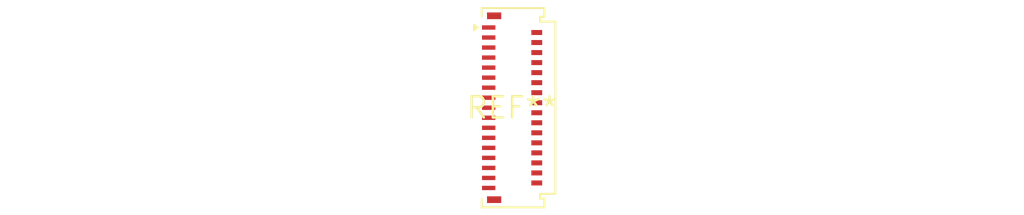
<source format=kicad_pcb>
(kicad_pcb (version 20240108) (generator pcbnew)
  (layers (0 "F.Cu" signal) (31 "B.Cu" signal) (34 "B.Paste" user) (35 "F.Paste" user) (36 "B.SilkS" user "B.Silkscreen") (37 "F.SilkS" user "F.Silkscreen") (38 "B.Mask" user) (39 "F.Mask" user) (44 "Edge.Cuts" user))
  (net 0 "")
  (footprint "Molex_502250-3391_2Rows-33Pins-1MP_P0.60mm_Horizontal" (layer "F.Cu") (at 0 0)
    (property "Reference" "REF**")
    (property "Value" "Molex_502250-3391_2Rows-33Pins-1MP_P0.60mm_Horizontal")
    (fp_line (start -2.272132 -4.95) (end -2.06 -4.8) (layer "F.SilkS") (stroke (width 0.12)))
    (fp_line (start -2.272132 -4.65) (end -2.272132 -4.95) (layer "F.SilkS") (stroke (width 0.12)))
    (fp_line (start -2.06 -4.8) (end -2.272132 -4.65) (layer "F.SilkS") (stroke (width 0.12)))
    (fp_line (start -1.82 -5.96) (end 1.93 -5.96) (layer "F.SilkS") (stroke (width 0.12)))
    (fp_line (start -1.82 -5.46) (end -1.82 -5.96) (layer "F.SilkS") (stroke (width 0.12)))
    (fp_line (start -1.82 5.46) (end -1.82 5.96) (layer "F.SilkS") (stroke (width 0.12)))
    (fp_line (start -1.82 5.96) (end 1.93 5.96) (layer "F.SilkS") (stroke (width 0.12)))
    (fp_line (start 1.68 -5.44) (end 1.68 -5.15) (layer "F.SilkS") (stroke (width 0.12)))
    (fp_line (start 1.68 -5.15) (end 2.59 -5.15) (layer "F.SilkS") (stroke (width 0.12)))
    (fp_line (start 1.68 5.15) (end 2.59 5.15) (layer "F.SilkS") (stroke (width 0.12)))
    (fp_line (start 1.68 5.44) (end 1.68 5.15) (layer "F.SilkS") (stroke (width 0.12)))
    (fp_line (start 1.93 -5.96) (end 1.93 -5.44) (layer "F.SilkS") (stroke (width 0.12)))
    (fp_line (start 1.93 -5.44) (end 1.68 -5.44) (layer "F.SilkS") (stroke (width 0.12)))
    (fp_line (start 1.93 5.44) (end 1.68 5.44) (layer "F.SilkS") (stroke (width 0.12)))
    (fp_line (start 1.93 5.96) (end 1.93 5.44) (layer "F.SilkS") (stroke (width 0.12)))
    (fp_line (start 2.59 -5.15) (end 2.59 0) (layer "F.SilkS") (stroke (width 0.12)))
    (fp_line (start 2.59 5.15) (end 2.59 0) (layer "F.SilkS") (stroke (width 0.12)))
    (pad "1" smd rect (at -1.4 -4.8) (size 0.8 0.26) (layers "F.Cu" "F.Paste" "F.Mask"))
    (pad "2" smd rect (at 1.475 -4.5) (size 0.65 0.3) (layers "F.Cu" "F.Paste" "F.Mask"))
    (pad "3" smd rect (at -1.4 -4.2) (size 0.8 0.26) (layers "F.Cu" "F.Paste" "F.Mask"))
    (pad "4" smd rect (at 1.475 -3.9) (size 0.65 0.3) (layers "F.Cu" "F.Paste" "F.Mask"))
    (pad "5" smd rect (at -1.4 -3.6) (size 0.8 0.26) (layers "F.Cu" "F.Paste" "F.Mask"))
    (pad "6" smd rect (at 1.475 -3.3) (size 0.65 0.3) (layers "F.Cu" "F.Paste" "F.Mask"))
    (pad "7" smd rect (at -1.4 -3) (size 0.8 0.26) (layers "F.Cu" "F.Paste" "F.Mask"))
    (pad "8" smd rect (at 1.475 -2.7) (size 0.65 0.3) (layers "F.Cu" "F.Paste" "F.Mask"))
    (pad "9" smd rect (at -1.4 -2.4) (size 0.8 0.26) (layers "F.Cu" "F.Paste" "F.Mask"))
    (pad "10" smd rect (at 1.475 -2.1) (size 0.65 0.3) (layers "F.Cu" "F.Paste" "F.Mask"))
    (pad "11" smd rect (at -1.4 -1.8) (size 0.8 0.26) (layers "F.Cu" "F.Paste" "F.Mask"))
    (pad "12" smd rect (at 1.475 -1.5) (size 0.65 0.3) (layers "F.Cu" "F.Paste" "F.Mask"))
    (pad "13" smd rect (at -1.4 -1.2) (size 0.8 0.26) (layers "F.Cu" "F.Paste" "F.Mask"))
    (pad "14" smd rect (at 1.475 -0.9) (size 0.65 0.3) (layers "F.Cu" "F.Paste" "F.Mask"))
    (pad "15" smd rect (at -1.4 -0.6) (size 0.8 0.26) (layers "F.Cu" "F.Paste" "F.Mask"))
    (pad "16" smd rect (at 1.475 -0.3) (size 0.65 0.3) (layers "F.Cu" "F.Paste" "F.Mask"))
    (pad "17" smd rect (at -1.4 0) (size 0.8 0.26) (layers "F.Cu" "F.Paste" "F.Mask"))
    (pad "18" smd rect (at 1.475 0.3) (size 0.65 0.3) (layers "F.Cu" "F.Paste" "F.Mask"))
    (pad "19" smd rect (at -1.4 0.6) (size 0.8 0.26) (layers "F.Cu" "F.Paste" "F.Mask"))
    (pad "20" smd rect (at 1.475 0.9) (size 0.65 0.3) (layers "F.Cu" "F.Paste" "F.Mask"))
    (pad "21" smd rect (at -1.4 1.2) (size 0.8 0.26) (layers "F.Cu" "F.Paste" "F.Mask"))
    (pad "22" smd rect (at 1.475 1.5) (size 0.65 0.3) (layers "F.Cu" "F.Paste" "F.Mask"))
    (pad "23" smd rect (at -1.4 1.8) (size 0.8 0.26) (layers "F.Cu" "F.Paste" "F.Mask"))
    (pad "24" smd rect (at 1.475 2.1) (size 0.65 0.3) (layers "F.Cu" "F.Paste" "F.Mask"))
    (pad "25" smd rect (at -1.4 2.4) (size 0.8 0.26) (layers "F.Cu" "F.Paste" "F.Mask"))
    (pad "26" smd rect (at 1.475 2.7) (size 0.65 0.3) (layers "F.Cu" "F.Paste" "F.Mask"))
    (pad "27" smd rect (at -1.4 3) (size 0.8 0.26) (layers "F.Cu" "F.Paste" "F.Mask"))
    (pad "28" smd rect (at 1.475 3.3) (size 0.65 0.3) (layers "F.Cu" "F.Paste" "F.Mask"))
    (pad "29" smd rect (at -1.4 3.6) (size 0.8 0.26) (layers "F.Cu" "F.Paste" "F.Mask"))
    (pad "30" smd rect (at 1.475 3.9) (size 0.65 0.3) (layers "F.Cu" "F.Paste" "F.Mask"))
    (pad "31" smd rect (at -1.4 4.2) (size 0.8 0.26) (layers "F.Cu" "F.Paste" "F.Mask"))
    (pad "32" smd rect (at 1.475 4.5) (size 0.65 0.3) (layers "F.Cu" "F.Paste" "F.Mask"))
    (pad "33" smd rect (at -1.4 4.8) (size 0.8 0.26) (layers "F.Cu" "F.Paste" "F.Mask"))
    (pad "MP" smd rect (at -1.075 -5.5) (size 0.85 0.4) (layers "F.Cu" "F.Paste" "F.Mask"))
    (pad "MP" smd rect (at -1.075 5.5) (size 0.85 0.4) (layers "F.Cu" "F.Paste" "F.Mask"))
  )
)
</source>
